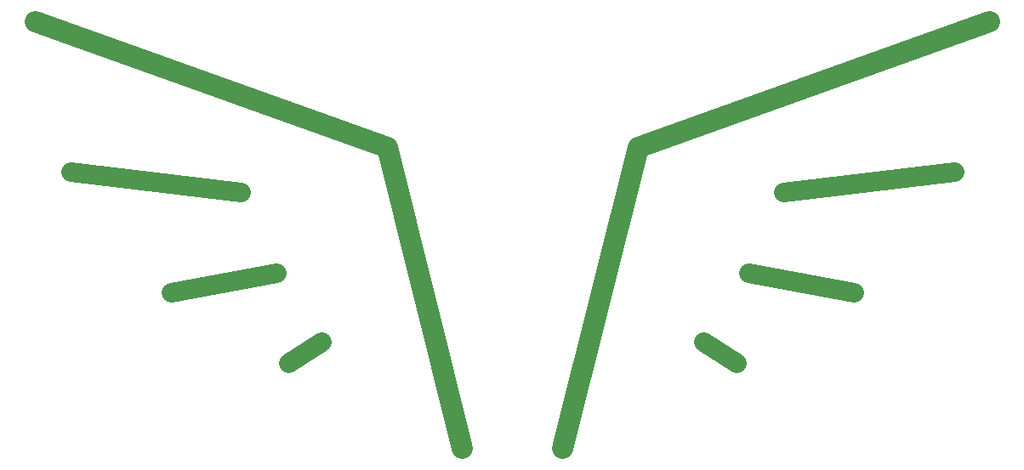
<source format=gbr>
%TF.GenerationSoftware,KiCad,Pcbnew,7.0.10*%
%TF.CreationDate,2024-02-08T11:08:36-05:00*%
%TF.ProjectId,bottom_plate,626f7474-6f6d-45f7-906c-6174652e6b69,rev?*%
%TF.SameCoordinates,Original*%
%TF.FileFunction,Legend,Top*%
%TF.FilePolarity,Positive*%
%FSLAX46Y46*%
G04 Gerber Fmt 4.6, Leading zero omitted, Abs format (unit mm)*
G04 Created by KiCad (PCBNEW 7.0.10) date 2024-02-08 11:08:36*
%MOMM*%
%LPD*%
G01*
G04 APERTURE LIST*
%ADD10C,1.939999*%
%ADD11C,2.119999*%
G04 APERTURE END LIST*
D10*
%TO.C,REF\u002A\u002A*%
X120150000Y-90016000D02*
X103150000Y-88016000D01*
X123650000Y-98016000D02*
X113150000Y-100016000D01*
X128150000Y-104915998D02*
X124849999Y-107016000D01*
D11*
X134650000Y-85516000D02*
X99650000Y-73016000D01*
X142150000Y-115516000D02*
X134650000Y-85516000D01*
X152150000Y-115516000D02*
X159650000Y-85516000D01*
X159650000Y-85516000D02*
X194650000Y-73016000D01*
D10*
X166150000Y-104915998D02*
X169449995Y-107016000D01*
X170650000Y-98016000D02*
X181150000Y-100016000D01*
X174150000Y-90016000D02*
X191150000Y-88016000D01*
%TD*%
M02*

</source>
